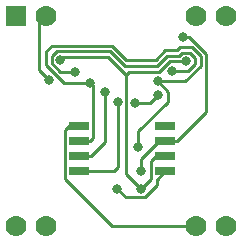
<source format=gbr>
%TF.GenerationSoftware,KiCad,Pcbnew,(6.0.7-1)-1*%
%TF.CreationDate,2022-10-05T00:05:40-06:00*%
%TF.ProjectId,FluxCapacitor,466c7578-4361-4706-9163-69746f722e6b,rev?*%
%TF.SameCoordinates,Original*%
%TF.FileFunction,Copper,L2,Bot*%
%TF.FilePolarity,Positive*%
%FSLAX46Y46*%
G04 Gerber Fmt 4.6, Leading zero omitted, Abs format (unit mm)*
G04 Created by KiCad (PCBNEW (6.0.7-1)-1) date 2022-10-05 00:05:40*
%MOMM*%
%LPD*%
G01*
G04 APERTURE LIST*
%TA.AperFunction,ComponentPad*%
%ADD10R,1.778000X1.778000*%
%TD*%
%TA.AperFunction,ComponentPad*%
%ADD11C,1.778000*%
%TD*%
%TA.AperFunction,SMDPad,CuDef*%
%ADD12R,1.700000X0.650000*%
%TD*%
%TA.AperFunction,ViaPad*%
%ADD13C,0.800000*%
%TD*%
%TA.AperFunction,Conductor*%
%ADD14C,0.250000*%
%TD*%
G04 APERTURE END LIST*
D10*
%TO.P,U2,1,+VBATT*%
%TO.N,unconnected-(U2-Pad1)*%
X97877500Y-82637500D03*
D11*
%TO.P,U2,2,GND*%
%TO.N,GND*%
X100417500Y-82637500D03*
%TO.P,U2,7,+3v3*%
%TO.N,unconnected-(U2-Pad7)*%
X113117500Y-82637500D03*
%TO.P,U2,8,GND*%
%TO.N,unconnected-(U2-Pad8)*%
X115657500Y-82637500D03*
%TO.P,U2,9,CLK*%
%TO.N,unconnected-(U2-Pad9)*%
X97877500Y-100417500D03*
%TO.P,U2,10,NC*%
%TO.N,unconnected-(U2-Pad10)*%
X100417500Y-100417500D03*
%TO.P,U2,15,+3v3*%
%TO.N,Net-(U1-Pad8)*%
X113117500Y-100417500D03*
%TO.P,U2,16,GND*%
%TO.N,unconnected-(U2-Pad16)*%
X115657500Y-100417500D03*
%TD*%
D12*
%TO.P,U1,1,~{RESET}/PB5*%
%TO.N,unconnected-(U1-Pad1)*%
X110480000Y-91990000D03*
%TO.P,U1,2,XTAL1/PB3*%
%TO.N,LED2*%
X110480000Y-93260000D03*
%TO.P,U1,3,XTAL2/PB4*%
%TO.N,LED1*%
X110480000Y-94530000D03*
%TO.P,U1,4,GND*%
%TO.N,GND*%
X110480000Y-95800000D03*
%TO.P,U1,5,AREF/PB0*%
%TO.N,LEDCNTR*%
X103180000Y-95800000D03*
%TO.P,U1,6,PB1*%
%TO.N,LED4*%
X103180000Y-94530000D03*
%TO.P,U1,7,PB2*%
%TO.N,LED3*%
X103180000Y-93260000D03*
%TO.P,U1,8,VCC*%
%TO.N,Net-(U1-Pad8)*%
X103180000Y-91990000D03*
%TD*%
D13*
%TO.N,GND*%
X109840000Y-89350000D03*
X107912500Y-89986165D03*
%TO.N,LED2*%
X112014000Y-84460500D03*
%TO.N,LED3*%
X108206411Y-93729179D03*
%TO.N,GND*%
X106400000Y-97282000D03*
X100637851Y-88084150D03*
%TO.N,LED4*%
X105410000Y-89100000D03*
%TO.N,LEDCNTR*%
X106463500Y-89916000D03*
%TO.N,LED1*%
X101600000Y-86360000D03*
%TO.N,LED2*%
X102870000Y-87376000D03*
%TO.N,LED3*%
X109840000Y-88205000D03*
%TO.N,LED1*%
X108458000Y-97282000D03*
X112250000Y-86477500D03*
%TO.N,LED3*%
X104140000Y-88327500D03*
%TO.N,LED2*%
X111030000Y-87325000D03*
X108458000Y-95758000D03*
%TD*%
D14*
%TO.N,LED3*%
X108206411Y-93729179D02*
X108206411Y-92438589D01*
X108206411Y-92438589D02*
X110744000Y-89901000D01*
X110744000Y-89901000D02*
X110744000Y-89109000D01*
X110744000Y-89109000D02*
X109840000Y-88205000D01*
X104140000Y-88327500D02*
X101905799Y-88327500D01*
X100425000Y-86846701D02*
X100425000Y-85628604D01*
X100425000Y-85628604D02*
X100868604Y-85185000D01*
X101905799Y-88327500D02*
X100425000Y-86846701D01*
X100868604Y-85185000D02*
X106015792Y-85185000D01*
X106015792Y-85185000D02*
X107190792Y-86360000D01*
X109696903Y-86360000D02*
X110479403Y-85577500D01*
X107190792Y-86360000D02*
X109696903Y-86360000D01*
X110479403Y-85577500D02*
X111488299Y-85577500D01*
X111488299Y-85577500D02*
X111763299Y-85302500D01*
X111763299Y-85302500D02*
X112736701Y-85302500D01*
X112736701Y-85302500D02*
X113480000Y-86045799D01*
X113480000Y-86045799D02*
X113480000Y-86926000D01*
X113480000Y-86926000D02*
X112201000Y-88205000D01*
X112201000Y-88205000D02*
X109840000Y-88205000D01*
%TO.N,LED2*%
X102870000Y-87376000D02*
X101590695Y-87376000D01*
X109825299Y-86868000D02*
X110665799Y-86027500D01*
X113030000Y-86722805D02*
X112427805Y-87325000D01*
X101299695Y-85635000D02*
X105829396Y-85635000D01*
X110665799Y-86027500D02*
X111674695Y-86027500D01*
X112550305Y-85752500D02*
X113030000Y-86232195D01*
X100875000Y-86059695D02*
X101299695Y-85635000D01*
X100875000Y-86660305D02*
X100875000Y-86059695D01*
X101590695Y-87376000D02*
X100875000Y-86660305D01*
X105829396Y-85635000D02*
X107062396Y-86868000D01*
X111674695Y-86027500D02*
X111949695Y-85752500D01*
X111949695Y-85752500D02*
X112550305Y-85752500D01*
X107062396Y-86868000D02*
X109825299Y-86868000D01*
X113030000Y-86232195D02*
X113030000Y-86722805D01*
X112427805Y-87325000D02*
X111030000Y-87325000D01*
%TO.N,LED1*%
X107188000Y-87630000D02*
X107442000Y-87376000D01*
X107442000Y-87376000D02*
X109953695Y-87376000D01*
X109953695Y-87376000D02*
X110852195Y-86477500D01*
X110852195Y-86477500D02*
X112250000Y-86477500D01*
%TO.N,GND*%
X107912500Y-89986165D02*
X109203835Y-89986165D01*
X109203835Y-89986165D02*
X109840000Y-89350000D01*
%TO.N,LED2*%
X113930000Y-85859403D02*
X113930000Y-90794000D01*
X111464000Y-93260000D02*
X110480000Y-93260000D01*
X112014000Y-84460500D02*
X112531097Y-84460500D01*
X112531097Y-84460500D02*
X113930000Y-85859403D01*
X113930000Y-90794000D02*
X111464000Y-93260000D01*
%TO.N,GND*%
X106400000Y-97282000D02*
X107125000Y-98007000D01*
X107125000Y-98007000D02*
X108758305Y-98007000D01*
X108758305Y-98007000D02*
X109755000Y-97010305D01*
X109755000Y-97010305D02*
X109755000Y-96525000D01*
X110480000Y-95800000D02*
X109755000Y-96525000D01*
X100637851Y-88084150D02*
X99822000Y-87268299D01*
X99822000Y-83233000D02*
X100417500Y-82637500D01*
X99822000Y-87268299D02*
X99822000Y-83233000D01*
%TO.N,LED4*%
X103180000Y-94530000D02*
X104193500Y-94530000D01*
X104193500Y-94530000D02*
X105410000Y-93313500D01*
X105410000Y-93313500D02*
X105410000Y-89100000D01*
%TO.N,LEDCNTR*%
X106463500Y-89916000D02*
X106463500Y-95466500D01*
X106463500Y-95466500D02*
X106130000Y-95800000D01*
X106130000Y-95800000D02*
X103180000Y-95800000D01*
%TO.N,Net-(U1-Pad8)*%
X113117500Y-100417500D02*
X105972500Y-100417500D01*
X102320000Y-91990000D02*
X103180000Y-91990000D01*
X105972500Y-100417500D02*
X102005000Y-96450000D01*
X102005000Y-96450000D02*
X102005000Y-92305000D01*
X102005000Y-92305000D02*
X102320000Y-91990000D01*
%TO.N,LED1*%
X105664000Y-86106000D02*
X107188000Y-87630000D01*
X101600000Y-86360000D02*
X101854000Y-86106000D01*
X101854000Y-86106000D02*
X105664000Y-86106000D01*
X108458000Y-97282000D02*
X107188000Y-96012000D01*
X107188000Y-96012000D02*
X107188000Y-87630000D01*
X108458000Y-97282000D02*
X109305000Y-96435000D01*
X109686000Y-94530000D02*
X110480000Y-94530000D01*
X109305000Y-96435000D02*
X109305000Y-94911000D01*
X109305000Y-94911000D02*
X109686000Y-94530000D01*
%TO.N,LED3*%
X104140000Y-88327500D02*
X104355000Y-88542500D01*
X104355000Y-88542500D02*
X104355000Y-93003000D01*
X104098000Y-93260000D02*
X103180000Y-93260000D01*
X104355000Y-93003000D02*
X104098000Y-93260000D01*
%TO.N,LED2*%
X108458000Y-95758000D02*
X108458000Y-94757000D01*
X108458000Y-94757000D02*
X109955000Y-93260000D01*
%TD*%
M02*

</source>
